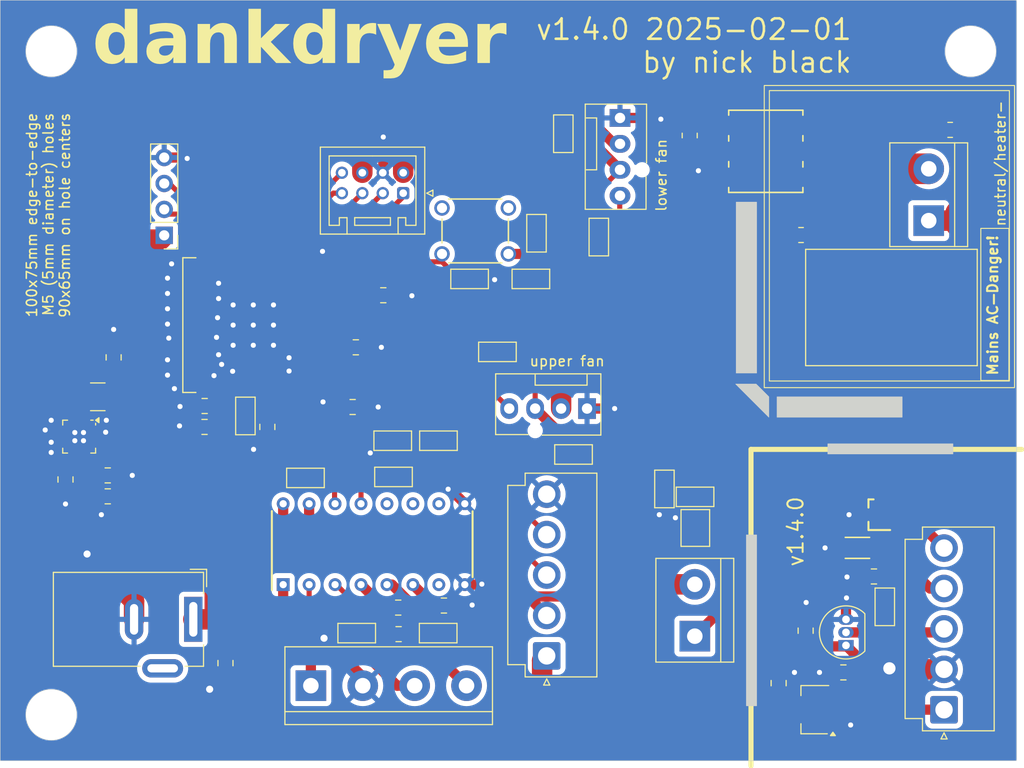
<source format=kicad_pcb>
(kicad_pcb (version 20240108) (generator "pcbnew") (generator_version "8.0")
  (title_block (title "dankdryer") (date "2025-02-01") (rev "v1.4.0") (company "dirty south supercomputing") (comment 1 "nick black"))
  (layers (0 "F.Cu" signal) (31 "B.Cu" signal) (34 "B.Paste" user) (35 "F.Paste" user) (36 "B.SilkS" user "B.Silkscreen") (37 "F.SilkS" user "F.Silkscreen") (38 "B.Mask" user) (39 "F.Mask" user) (44 "Edge.Cuts" user))
  (net 0 "")
  (net 1 "GND")
  (net 2 "+12V")
  (net 3 "+5VA")
  (net 4 "Net-(IC1-VBG)")
  (net 5 "Net-(IC1-VIN1N)")
  (net 6 "Net-(IC1-VIN1P)")
  (net 8 "LTach")
  (net 9 "UTach")
  (net 10 "/HeaterNeutral")
  (net 11 "/ACNeutral")
  (net 12 "/Motor-")
  (net 13 "+3.3V")
  (net 14 "/A+")
  (net 15 "/A-")
  (net 16 "Net-(OC1-MT2)")
  (net 19 "Net-(OC1-A)")
  (net 20 "Net-(OC1-MT1)")
  (net 21 "Net-(Q2-G)")
  (net 26 "Net-(U1-SS{slash}TR)")
  (net 27 "Net-(IC1-VIN2P)")
  (net 28 "Net-(IC1-VIN2N)")
  (net 32 "/RXD0")
  (net 34 "UPWM")
  (net 35 "Net-(J7-Pin_3)")
  (net 36 "/SDA")
  (net 37 "/SCL")
  (net 38 "/TXD0")
  (net 40 "LPWM")
  (net 42 "/SSRControl")
  (net 43 "/Motor")
  (net 44 "Net-(J10-Pin_3)")
  (net 45 "Net-(U6-EN)")
  (net 46 "Net-(R14-Pad2)")
  (net 47 "IO8")
  (net 48 "Net-(L1-Pad1)")
  (net 49 "/Hall")
  (net 50 "/Therm")
  (net 53 "IO9")
  (net 56 "LCDDC")
  (net 57 "LCDSDA")
  (net 58 "LCDRst")
  (net 59 "LCDCS")
  (net 60 "LCDSCL")
  (net 61 "Net-(C18-Pad2)")
  (net 62 "/Microboard/ThermAnalog")
  (footprint "dank:TPS62132" (layer "F.Cu") (at 57.725 92.75 -90)
    (property "Reference" "U1" (hide yes))
    (property "Value" "TPS62132" (hide yes))
  )
  (footprint "Resistor_SMD:R_0805_2012Metric_Pad1.20x1.40mm_HandSolder" (layer "F.Cu") (at 128.4 73)
    (property "Reference" "R4" (hide yes))
    (property "Value" "360" (hide yes))
  )
  (footprint "Capacitor_SMD:C_0805_2012Metric_Pad1.18x1.45mm_HandSolder" (layer "F.Cu") (at 128.85 111.7625 90)
    (property "Reference" "C19" (hide yes))
    (property "Value" ".01u" (hide yes))
  )
  (footprint "Resistor_SMD:R_0805_2012Metric_Pad1.20x1.40mm_HandSolder" (layer "F.Cu") (at 117.5 63.25 -90)
    (property "Reference" "R2" (hide yes))
    (property "Value" "620" (hide yes))
  )
  (footprint "PCM_Resistor_SMD_AKL:R_0805_2012Metric_Pad1.15x1.40mm_HandSolder" (layer "F.Cu") (at 88.5 96.7 180)
    (property "Reference" "R6" (hide yes))
    (property "Value" "4.7k" (hide yes))
  )
  (footprint "Capacitor_SMD:C_0805_2012Metric_Pad1.18x1.45mm_HandSolder" (layer "F.Cu") (at 87.5 78.9)
    (property "Reference" "C15" (hide yes))
    (property "Value" "1n" (hide yes))
  )
  (footprint "PCM_Resistor_SMD_AKL:R_0805_2012Metric_Pad1.15x1.40mm_HandSolder" (layer "F.Cu") (at 74 90.725 90)
    (property "Reference" "R13" (hide yes))
    (property "Value" "10k" (hide yes))
  )
  (footprint "PCM_Resistor_SMD_AKL:R_0805_2012Metric_Pad1.15x1.40mm_HandSolder" (layer "F.Cu") (at 88.425 93.15 180)
    (property "Reference" "R18" (hide yes))
    (property "Value" "680" (hide yes))
  )
  (footprint "PCM_Resistor_SMD_AKL:R_0805_2012Metric_Pad1.15x1.40mm_HandSolder" (layer "F.Cu") (at 105.125 63.075 -90)
    (property "Reference" "R5" (hide yes))
    (property "Value" "680" (hide yes))
  )
  (footprint "PCM_Resistor_SMD_AKL:R_0805_2012Metric_Pad1.15x1.40mm_HandSolder" (layer "F.Cu") (at 106.125 94.5 180)
    (property "Reference" "R1" (hide yes))
    (property "Value" "680" (hide yes))
  )
  (footprint "Capacitor_SMD:C_0805_2012Metric_Pad1.18x1.45mm_HandSolder" (layer "F.Cu") (at 60.525 96.55)
    (property "Reference" "C7" (hide yes))
    (property "Value" ".1u")
  )
  (footprint "dank:DBZ0003A_L" (layer "F.Cu") (at 135.7 100.4 180)
    (property "Reference" "U2" (hide yes))
    (property "Value" "DRV5011ADDBZR" (hide yes))
  )
  (footprint "Capacitor_SMD:C_0805_2012Metric_Pad1.18x1.45mm_HandSolder" (layer "F.Cu") (at 70 91.8 180)
    (property "Reference" "C6" (hide yes))
    (property "Value" "22u" (hide yes))
  )
  (footprint "Capacitor_SMD:C_0805_2012Metric_Pad1.18x1.45mm_HandSolder" (layer "F.Cu") (at 135.5375 106.45)
    (property "Reference" "C18" (hide yes))
    (property "Value" "1u" (hide yes))
  )
  (footprint "Capacitor_SMD:C_0805_2012Metric_Pad1.18x1.45mm_HandSolder" (layer "F.Cu") (at 70.0125 89.75 180)
    (property "Reference" "C3" (hide yes))
    (property "Value" "0.1u" (hide yes))
  )
  (footprint "Capacitor_SMD:C_0805_2012Metric_Pad1.18x1.45mm_HandSolder" (layer "F.Cu") (at 76.15 91.8 90)
    (property "Reference" "C10" (hide yes))
    (property "Value" "1u" (hide yes))
  )
  (footprint "dank:DIP792W51P254L1905H53Q16N" (layer "F.Cu") (at 86.59 103.288 90)
    (property "Reference" "IC1" (hide yes))
    (property "Value" "NAU7802KGI" (hide yes))
  )
  (footprint "Connector:FanPinHeader_1x04_P2.54mm_Vertical" (layer "F.Cu") (at 110.675 61.53 -90)
    (property "Reference" "J10" (hide yes))
    (property "Value" "lower fan")
  )
  (footprint "dank:BarrelJack_Wuerth_6941xx301002" (layer "F.Cu") (at 68.9 110.65 -90)
    (property "Reference" "J1" (hide yes))
    (property "Value" "Barreljack" (hide yes))
  )
  (footprint "Connector_JST:JST_VH_B5P-VH-B_1x05_P3.96mm_Vertical" (layer "F.Cu") (at 103.5 114.23 90)
    (property "Reference" "J2" (hide yes))
    (property "Value" "Microboard")
  )
  (footprint "dank:TerminalBlock_bornier-2_P5.08mm" (layer "F.Cu") (at 140.9 71.59 90)
    (property "Reference" "J4" (hide yes))
    (property "Value" "heater" (hide yes))
  )
  (footprint "dank:SW_B3F-1000_OMR" (layer "F.Cu") (at 99.750001 74.850001 180)
    (property "Reference" "SW1" (hide yes))
    (property "Value" "B3F-1020" (hide yes))
  )
  (footprint "Capacitor_SMD:C_0805_2012Metric_Pad1.18x1.45mm_HandSolder" (layer "F.Cu") (at 126.20625 116.9 90)
    (property "Reference" "C2" (hide yes))
    (property "Value" "10u" (hide yes))
  )
  (footprint "dank:TerminalBlock_bornier-2_P5.08mm" (layer "F.Cu") (at 118 112.3 90)
    (property "Reference" "J8" (hide yes))
    (property "Value" "motor" (hide yes))
  )
  (footprint "Connector:FanPinHeader_1x04_P2.54mm_Vertical" (layer "F.Cu") (at 107.45 90 180)
    (property "Reference" "J7" (hide yes))
    (property "Value" "upper fan")
  )
  (footprint "PCM_Resistor_SMD_AKL:R_0805_2012Metric_Pad1.15x1.40mm_HandSolder" (layer "F.Cu") (at 95.95 77.3)
    (property "Reference" "R17" (hide yes))
    (property "Value" "10K" (hide yes))
  )
  (footprint "Capacitor_SMD:C_0805_2012Metric_Pad1.18x1.45mm_HandSolder" (layer "F.Cu") (at 84.8125 84)
    (property "Reference" "C16" (hide yes))
    (property "Value" "1n" (hide yes))
  )
  (footprint "PCM_Resistor_SMD_AKL:R_0805_2012Metric_Pad1.15x1.40mm_HandSolder" (layer "F.Cu") (at 98.675 84.45 180)
    (property "Reference" "R9" (hide yes))
    (property "Value" "15k" (hide yes))
  )
  (footprint "Capacitor_SMD:C_0805_2012Metric_Pad1.18x1.45mm_HandSolder" (layer "F.Cu") (at 89 112.1)
    (property "Reference" "C9" (hide yes))
    (property "Value" "0.1u" (hide yes))
  )
  (footprint "dank:XCVR_ESP32-C6-MINI-1U-H4" (layer "F.Cu") (at 74.775 81.825 90)
    (property "Reference" "U6" (hide yes))
    (property "Value" "ESP32-C6-MINI-1U" (hide yes))
  )
  (footprint "Capacitor_SMD:C_0805_2012Metric_Pad1.18x1.45mm_HandSolder" (layer "F.Cu") (at 60.525 98.6)
    (property "Reference" "C1" (hide yes))
    (property "Value" "10u" (hide yes))
  )
  (footprint "PCM_Resistor_SMD_AKL:R_0805_2012Metric_Pad1.15x1.40mm_HandSolder" (layer "F.Cu") (at 92.9 93.15 180)
    (property "Reference" "R16" (hide yes))
    (property "Value" "412" (hide yes))
  )
  (footprint "PCM_Resistor_SMD_AKL:R_0805_2012Metric_Pad1.15x1.40mm_HandSolder" (layer "F.Cu") (at 115.025 97.875 -90)
    (property "Reference" "R7" (hide yes))
    (property "Value" "1.62k" (hide yes))
  )
  (footprint "Capacitor_SMD:C_0805_2012Metric_Pad1.18x1.45mm_HandSolder" (layer "F.Cu") (at 132.54375 115.85 180)
    (property "Reference" "C5" (hide yes))
    (property "Value" "10u" (hide yes))
  )
  (footprint "PCM_Resistor_SMD_AKL:R_0805_2012Metric_Pad1.15x1.40mm_HandSolder" (layer "F.Cu") (at 108.6 73.2 -90)
    (property "Reference" "R19" (hide yes))
    (property "Value" "15k" (hide yes))
  )
  (footprint "dank:TerminalBlock_bornier-4_P5.08mm" (layer "F.Cu") (at 80.41 117.15)
    (property "Reference" "J5" (hide yes))
    (property "Value" "5kg load cell" (hide yes))
  )
  (footprint "PCM_Resistor_SMD_AKL:R_0805_2012Metric_Pad1.15x1.40mm_HandSolder" (layer "F.Cu") (at 84.9 112)
    (property "Reference" "R10" (hide yes))
    (property "Value" "47" (hide yes))
  )
  (footprint "Capacitor_SMD:C_0805_2012Metric_Pad1.18x1.45mm_HandSolder" (layer "F.Cu") (at 84.5 89.85 180)
    (property "Reference" "C14" (hide yes))
    (property "Value" "0.1u" (hide yes))
  )
  (footprint "Package_TO_SOT_THT:TO-92_Inline" (layer "F.Cu") (at 132.8 113.2 90)
    (property "Reference" "U5" (hide yes))
    (property "Value" "LM35-LP" (hide yes))
  )
  (footprint "Resistor_SMD:R_0805_2012Metric_Pad1.20x1.40mm_HandSolder" (layer "F.Cu") (at 143 62.7)
    (property "Reference" "R3" (hide yes))
    (property "Value" "100" (hide yes))
  )
  (footprint "Capacitor_SMD:C_0805_2012Metric_Pad1.18x1.45mm_HandSolder" (layer "F.Cu") (at 72.05 114.9375 -90)
    (property "Reference" "C4" (hide yes))
    (property "Value" "10u" (hide yes))
  )
  (footprint "Capacitor_SMD:C_1210_3225Metric_Pad1.33x2.70mm_HandSolder" (layer "F.Cu") (at 59.55 88.85)
    (property "Reference" "L1" (hide yes))
    (property "Value" "2.2u" (hide yes))
  )
  (footprint "PCM_Resistor_SMD_AKL:R_0805_2012Metric_Pad1.15x1.40mm_HandSolder" (layer "F.Cu") (at 102.5 72.825 -90)
    (property "Reference" "R14" (hide yes))
    (property "Value" "3.3k" (hide yes))
  )
  (footprint "dank:MOC306XS_LTO" (layer "F.Cu") (at 124.95 64.8)
    (property "Reference" "OC1" (hide yes))
    (property "Value" "MOC3063S" (hide yes))
  )
  (footprint "Capacitor_SMD:C_0805_2012Metric_Pad1.18x1.45mm_HandSolder" (layer "F.Cu") (at 56.3875 96.95 -90)
    (property "Reference" "C12" (hide yes))
    (property "Value" "3.3n" (hide yes))
  )
  (footprint "Capacitor_SMD:C_0805_2012Metric_Pad1.18x1.45mm_HandSolder" (layer "F.Cu") (at 61.1 84.9875 90)
    (property "Reference" "C13" (hide yes))
    (property "Value" "22u" (hide yes))
  )
  (footprint "Capacitor_SMD:C_0805_2012Metric_Pad1.18x1.45mm_HandSolder" (layer "F.Cu") (at 88.9625 109.5)
    (property "Reference" "C11" (hide yes))
    (property "Value" "470p" (hide yes))
  )
  (footprint "PCM_Resistor_SMD_AKL:R_0805_2012Metric_Pad1.15x1.40mm_HandSolder" (layer "F.Cu") (at 136.6 109.425 90)
    (property "Reference" "R21" (hide yes))
    (property "Value" "68" (hide yes))
  )
  (footprint "Connector_PinHeader_2.54mm:PinHeader_1x04_P2.54mm_Vertical" (layer "F.Cu") (at 66.05 73.03 180)
    (property "Reference" "J9" (hide yes))
    (property "Value" "Conn_01x04" (hide yes))
  )
  (footprint "Capacitor_SMD:C_0805_2012Metric_Pad1.18x1.45mm_HandSolder" (layer "F.Cu") (at 93.4375 109.3)
    (property "Reference" "C8" (hide yes))
    (property "Value" "0.1u" (hide yes))
  )
  (footprint "Connector_JST:JST_PUD_B08B-PUDSS_2x04_P2.00mm_Vertical" (layer "F.Cu") (at 89.45 68.9 180)
    (property "Reference" "J6" (hide yes))
    (property "Value" "LCD" (hide yes))
  )
  (footprint "Connector_JST:JST_VH_B5P-VH-B_1x05_P3.96mm_Vertical" (layer "F.Cu") (at 142.4 119.51 90)
    (property "Reference" "J3" (hide yes))
    (property "Value" "Microboard" (hide yes))
  )
  (footprint "PCM_Resistor_SMD_AKL:R_0805_2012Metric_Pad1.15x1.40mm_HandSolder" (layer "F.Cu") (at 92.875 112 180)
    (property "Reference" "R11" (hide yes))
    (property "Value" "47" (hide yes))
  )
  (footprint "PCM_Package_TO_SOT_SMD_AKL:TO-263-2" (layer "F.Cu") (at 137.25 80.1)
    (property "Reference" "Q3" (hide yes))
    (property "Value" "T1210-800G" (hide yes))
  )
  (footprint "dank:CAP_3216_TDK" (layer "F.Cu") (at 133.922 103.65)
    (property "Reference" "C20" (hide yes))
    (property "Value" ".01u" (hide yes))
  )
  (footprint "PCM_Package_TO_SOT_SMD_AKL:SOT-323_SC-70" (layer "F.Cu") (at 118.05 101.7 -90)
    (property "Reference" "Q2" (hide yes))
    (property "Value" "SSM3K127TU" (hide yes))
  )
  (footprint "PCM_Resistor_SMD_AKL:R_0805_2012Metric_Pad1.15x1.40mm_HandSolder" (layer "F.Cu") (at 118.025 98.65)
    (property "Reference" "R12" (hide yes))
    (property "Value" "330" (hide yes))
  )
  (footprint "PCM_Resistor_SMD_AKL:R_0805_2012Metric_Pad1.15x1.40mm_HandSolder" (layer "F.Cu") (at 101.95 77.3 180)
    (property "Reference" "R15" (hide yes))
    (property "Value" "10k" (hide yes))
  )
  (footprint "PCM_Resistor_SMD_AKL:R_0805_2012Metric_Pad1.15x1.40mm_HandSolder" (layer "F.Cu") (at 79.88 96.796)
    (property "Reference" "R8" (hide yes))
    (property "Value" "4.7k" (hide yes))
  )
  (footprint "Package_TO_SOT_SMD:SOT-89-3" (layer "F.Cu") (at 129.75 119.5 180)
    (property "Reference" "U3" (hide yes))
    (property "Value" "HT7550" (hide yes))
  )
  (gr_line (start 123.5 125) (end 123.5 94) (stroke (width 0.5)) (layer "F.SilkS"))
  (gr_rect (start 146 72.35) (end 148.75 87.25) (stroke (width 0.1)) (fill none) (layer "F.SilkS"))
  (gr_line (start 123.5 94) (end 150 94) (stroke (width 0.5)) (layer "F.SilkS"))
  (gr_rect (start 125.3 58.85) (end 148.8 87.3) (stroke (width 0.1)) (fill none) (layer "F.SilkS"))
  (gr_rect (start 124.8 58.35) (end 149.3 87.95) (stroke (width 0.1)) (fill none) (layer "F.SilkS"))
  (gr_circle (center 55 55) (end 57.5 55) (stroke (width 0.05)) (fill none) (layer "Edge.Cuts"))
  (gr_circle (center 145 55) (end 147.5 55) (stroke (width 0.05)) (fill none) (layer "Edge.Cuts"))
  (gr_rect (start 50 50) (end 149.5 124.5) (stroke (width 0.05)) (fill none) (layer "Edge.Cuts"))
  (gr_circle (center 55 120) (end 57.5 120) (stroke (width 0.05)) (fill none) (layer "Edge.Cuts"))
  (gr_rect (start 131.025 93.45) (end 143.275 94.45) (stroke (width 0.05)) (fill solid) (layer "Edge.Cuts"))
  (gr_poly (pts (xy 125.25 90.85) (xy 122 87.6) (xy 124 87.6) (xy 125.25 88.85)) (stroke (width 0.05)) (fill solid) (layer "Edge.Cuts"))
  (gr_rect (start 122.05 69.775) (end 124.05 86.525) (stroke (width 0.05)) (fill solid) (layer "Edge.Cuts"))
  (gr_rect (start 123.05 102.375) (end 124.05 119.125) (stroke (width 0.05)) (fill solid) (layer "Edge.Cuts"))
  (gr_rect (start 126.05 88.85) (end 138.3 90.85) (stroke (width 0.05)) (fill solid) (layer "Edge.Cuts"))
  (gr_text "neutral/heater-" (at 148.5 59.75 90) (layer "F.SilkS") (effects (font (size 1 1)) (justify right bottom)))
  (gr_text "v1.4.0" (at 128.75 105.6 90) (layer "F.SilkS") (effects (font (size 1.5 1.5) (thickness 0.1875)) (justify left bottom)))
  (gr_text "dankdryer" (at 59 57 0) (layer "F.SilkS") (effects (font (size 5 5) (thickness 0.2) (bold yes)) (justify left bottom)))
  (gr_text "100x75mm edge-to-edge\nM5 (5mm diameter) holes\n90x65mm on hole centers\n" (at 56.9 60.95 90) (layer "F.SilkS") (effects (font (size 1 1)) (justify right bottom)))
  (gr_text "v1.4.0 2025-02-01\nby nick black" (at 133.5 57.25 0) (layer "F.SilkS") (effects (font (size 2 2) (thickness 0.25)) (justify right bottom)))
  (gr_text "Mains AC—Danger!" (at 147.75 86.85 90) (layer "F.SilkS") (effects (font (size 1 1) (thickness 0.2) (bold yes)) (justify left bottom)))
  (segment (start 114.525 100.4) (end 114.525 99.4) (width 1) (layer "F.Cu") (net 1))
  (segment (start 94.475 109.3) (end 96.15 109.3) (width 1) (layer "F.Cu") (net 1))
  (segment (start 67.65 91.8) (end 67.55 91.7) (width 1) (layer "F.Cu") (net 1))
  (segment (start 96.15 109.3) (end 96.2 109.25) (width 1) (layer "F.Cu") (net 1))
  (segment (start 137.05 115.45) (end 137.15 115.55) (width 1) (layer "F.Cu") (net 1))
  (segment (start 71.175 83.025) (end 70.775 82.625) (width 0.5) (layer "F.Cu") (net 1))
  (segment (start 61.5625 96.55) (end 62.925 96.55) (width 1) (layer "F.Cu") (net 1))
  (segment (start 66.375 86.725) (end 69.775 86.725) (width 0.5) (layer "F.Cu") (net 1))
  (segment (start 133.25625 121) (end 131.7 121) (width 1) (layer "F.Cu") (net 1))
  (segment (start 132.95 106.45) (end 132.9 106.5) (width 1) (layer "F.Cu") (net 1))
  (segment (start 67.65 89.75) (end 67.6 89.8) (width 1) (layer "F.Cu") (net 1))
  (segment (start 66.375 77.225) (end 66.575 77.025) (width 0.5) (layer "F.Cu") (net 1))
  (segment (start 97.1 107.25) (end 97.15 107.2) (width 1) (layer "F.Cu") (net 1))
  (segment (start 66.575 77.025) (end 69.875 77.025) (width 0.5) (layer "F.Cu") (net 1))
  (segment (start 69.875 84.225) (end 70.875 84.225) (width 0.5) (layer "F.Cu") (net 1))
  (segment (start 128.85 109.05) (end 128.9 109) (width 1) (layer "F.Cu") (net 1))
  (segment (start 55.2875 93) (end 54.9875 93.3) (width 0.3) (layer "F.Cu") (net 1))
  (segment (start 137.15 115.55) (end 142.4 115.55) (width 2) (layer "F.Cu") (net 1))
  (segment (start 63.1 110.65) (end 63.1 108.85) (width 2) (layer "F.Cu") (net 1))
  (segment (start 127.74375 115.8625) (end 127.75625 115.85) (width 1) (layer "F.Cu") (net 1))
  (segment (start 79.725 75.875) (end 80.275 75.875) (width 1) (layer "F.Cu") (net 1))
  (segment (start 133.099998 100.4) (end 134.6 100.4) (width 1) (layer "F.Cu") (net 1))
  (segment (start 71.675 85.675) (end 71.525 85.825) (width 0.5) (layer "F.Cu") (net 1))
  (segment (start 71.575 87.025) (end 72.25 86.35) (width 0.5) (layer "F.Cu") (net 1))
  (segment (start 66.75 83.35) (end 69.8 83.35) (width 0.5) (layer "F.Cu") (net 1))
  (segment (start 71.2 81.025) (end 69.875 81.025) (width 0.5) (layer "F.Cu") (net 1))
  (segment (start 87.4 93.175) (end 87.4 93.15) (width 1) (layer "F.Cu") (net 1))
  (segment (start 56.3875 99.35) (end 56.3875 97.9875) (width 1) (layer "F.Cu") (net 1))
  (segment (start 107.45 90) (end 110.15 90) (width 1) (layer "F.Cu") (net 1))
  (segment (start 131.28125 115.85) (end 130.20625 115.85) (width 1) (layer "F.Cu") (net 1))
  (segment (start 114.525 99.4) (end 115.025 98.9) (width 1) (layer "F.Cu") (net 1))
  (segment (start 67.05 88.05) (end 67.375 87.725) (width 1) (layer "F.Cu") (net 1))
  (segment (start 54.8 92.5) (end 56.2625 92.5) (width 0.3) (layer "F.Cu") (net 1))
  (segment (start 61.1 83.95) (end 61.1 82.25) (width 1) (layer "F.Cu") (net 1))
  (segment (start 96.975 77.3) (end 98.325 77.3) (width 1) (layer "F.Cu") (net 1))
  (segment (start 71.525 85.825) (end 69.875 85.825) (width 0.5) (layer "F.Cu") (net 1))
  (segment (start 80.025 87.775) (end 79.725 87.775) (width 1) (layer "F.Cu") (net 1))
  (segment (start 56.2625 92) (end 55.8375 92) (width 0.3) (layer "F.Cu") (net 1))
  (segment (start 128.85 110.725) (end 128.85 109.05) (width 1) (layer "F.Cu") (net 1))
  (segment (start 114.555 61.53) (end 114.675 61.65) (width 1) (layer "F.Cu") (net 1))
  (segment (start 70.875 84.225) (end 71.375 84.725) (width 0.5) (layer "F.Cu") (net 1))
  (segment (start 87.5 66.85) (end 87.5 63.4) (width 1) (layer "F.Cu") (net 1))
  (segment (start 116.1 100.7) (end 117.4 100.7) (width 1) (layer "F.Cu") (net 1))
  (segment (start 66.925 75.675) (end 69.825 75.675) (width 1) (layer "F.Cu") (net 1))
  (segment (start 87 89.85) (end 85.5375 89.85) (width 1) (layer "F.Cu") (net 1))
  (segment (start 69.775 81.725) (end 69.875 81.825) (width 0.5) (layer "F.Cu") (net 1))
  (segment (start 130.75 103.65) (end 131.9742 103.65) (width 1) (layer "F.Cu") (net 1))
  (segment (start 120.25 64.8) (end 118.35 66.7) (width 1) (layer "F.Cu") (net 1))
  (segment (start 80.275 75.875) (end 81.55 74.6) (width 1) (layer "F.Cu") (net 1))
  (segment (start 71.375 79.225) (end 71.175 79.425) (width 0.5) (layer "F.Cu") (net 1))
  (segment (start 69.775 86.725) (end 69.875 86.625) (width 0.5) (layer "F.Cu") (net 1))
  (segment (start 132.8 108.6) (end 132.85 108.55) (width 1) (layer "F.Cu") (net 1))
  (segment (start 98.325 77.3) (end 98.4 77.375) (width 1) (layer "F.Cu") (net 1))
  (segment (start 68.21 65.41) (end 68.3 65.5) (width 1) (layer "F.Cu") (net 1))
  (segment (start 93.85 97.9) (end 94.054 97.9) (width 1) (layer "F.Cu") (net 1))
  (segment (start 69.975 77.725) (end 69.875 77.825) (width 0.5) (layer "F.Cu") (net 1))
  (segment (start 69.825 75.675) (end 69.825 75.875) (width 0.5) (layer "F.Cu") (net 1))
  (segment (start 71.175 79.425) (end 69.875 79.425) (width 0.5) (layer "F.Cu") (net 1))
  (segment (start 78.775 86.825) (end 78.775 87.725) (width 0.5) (layer "F.Cu") (net 1))
  (segment (start 66.375 85.225) (end 69.675 85.225) (width 0.5) (layer "F.Cu") (net 1))
  (segment (start 85.49 116.29) (end 85.49 117.15) (width 1) (layer "F.Cu") (net 1))
  (segment (start 66.375 78.725) (end 69.775 78.725) (width 0.5) (layer "F.Cu") (net 1))
  (segment (start 67.375 87.725) (end 69.775 87.725) (width 1) (layer "F.Cu") (net 1))
  (segment (start 86.225 94.35) (end 87.4 93.175) (width 1) (layer "F.Cu") (net 1))
  (segment (start 68.9625 91.8) (end 67.65 91.8) (width 1) (layer "F.Cu") (net 1))
  (segment (start 66.775 75.825) (end 66.925 75.675) (width 1) (layer "F.Cu") (net 1))
  (segment (start 142.3 115.45) (end 142.4 115.55) (width 1) (layer "F.Cu") (net 1))
  (segment (start 66.05 65.41) (end 68.21 65.41) (width 1) (layer "F.Cu") (net 1))
  (segment (start 132.8 110.66) (end 132.8 108.6) (width 1) (layer "F.Cu") (net 1))
  (segment (start 66.375 81.725) (end 69.775 81.725) (width 0.5) (layer "F.Cu") (net 1))
  (segment (start 59.200001 92.499937) (end 60.137563 92.499937) (width 0.3) (layer "F.Cu") (net 1))
  (segment (start 81.6 89.35) (end 80.025 87.775) (width 1) (layer "F.Cu") (net 1))
  (segment (start 70.925 87.575) (end 70.775 87.725) (width 0.5) (layer "F.Cu") (net 1))
  (segment (start 126.20625 115.8625) (end 127.74375 115.8625) (width 1) (layer "F.Cu") (net 1))
  (segment (start 72.25 86.35) (end 72.75 86.35) (width 0.5) (layer "F.Cu") (net 1))
  (segment (start 56.2625 93.5) (end 55.7875 93.5) (width 0.3) (layer "F.Cu") (net 1))
  (segment (start 81.7 112.5) (end 85.49 116.29) (width 1) (layer "F.Cu") (net 1))
  (segment (start 60.0375 91.15) (end 60.3875 91.15) (width 0.3) (layer "F.Cu") (net 1))
  (segment (start 59.1875 92) (end 60.0375 91.15) (width 0.3) (layer "F.Cu") (net 1))
  (segment (start 60.31875 92.31875) (end 60.1375 92.5) (width 0.3) (layer "F.Cu") (net 1))
  (segment (start 60.137563 92.499937) (end 60.31875 92.31875) (width 0.3) (layer "F.Cu") (net 1))
  (segment (start 87.45 66.9) (end 87.5 66.85) (width 1) (layer "F.Cu") (net 1))
  (segment (start 54.4 92.1) (end 54.8 92.5) (width 0.3) (layer "F.Cu") (net 1))
  (segment (start 55.8375 92) (end 54.9875 91.15) (width 0.3) (layer "F.Cu") (net 1))
  (segment (start 66.375 80.225) (end 69.875 80.225) (width 0.5) (layer "F.Cu") (net 1))
  (segment (start 69.775 78.725) (end 69.875 78.625) (width 0.5) (layer "F.Cu") (net 1))
  (segment (start 71.575 87.725) (end 71.575 87.025) (width 0.5) (layer "F.Cu") (net 1))
  (segment (start 74.8 94) (end 75.9625 92.8375) (width 1) (layer "F.Cu") (net 1))
  (segment (start 71.375 77.725) (end 69.975 77.725) (width 0.5) (layer "F.Cu") (net 1))
  (segment (start 70.925 86.775) (end 70.925 87.575) (width 0.5) (layer "F.Cu") (net 1))
  (segment (start 69.8 83.35) (end 69.875 83.425) (width 0.5) (layer "F.Cu") (net 1))
  (segment (start 56.2625 93) (end 55.2875 93) (width 0.3) (layer "F.Cu") (net 1))
  (segment (start 134.5 106.45) (end 132.95 106.45) (width 1) (layer "F.Cu") (net 1))
  (segment (start 70.775 82.625) (end 69.875 82.625) (width 0.5) (layer "F.Cu") (net 1))
  (segment (start 94.054 97.9) (end 95.48 99.326) (width 1) (layer "F.Cu") (net 1))
  (segment (start 87.3125 84) (end 85.85 84) (width 1) (layer "F.Cu") (net 1))
  (segment (start 88.5375 78.9) (end 90.25 78.9) (width 1) (layer "F.Cu") (net 1))
  (segment (start 70.5 117.5) (end 72.025 115.975) (width 1) (layer "F.Cu") (net 1))
  (segment (start 68.975 89.75) (end 67.65 89.75) (width 1) (layer "F.Cu") (net 1))
  (segment (start 95.48 107.25) (end 97.1 107.25) (width 1) (layer "F.Cu") (net 1))
  (segment (start 90.25 78.9) (end 90.3 78.95) (width 1) (layer "F.Cu") (net 1))
  (segment (start 78.275 85.025) (end 79.675 85.025) (width 0.5) (layer "F.Cu") (net 1))
  (segment (start 63.1 108.85) (end 58.5 104.25) (width 2) (layer "F.Cu") (net 1))
  (segment (start 71.275 81.1) (end 71.2 81.025) (width 0.5) (layer "F.Cu") (net 1))
  (segment (start 78.275 86.325) (end 78.775 86.825) (width 0.5) (layer "F.Cu") (net 1))
  (segment (start 55.7875 93.5) (end 54.9875 94.3) (width 0.3) (layer "F.Cu") (net 1))
  (segment (start 66.5 83.1) (end 66.75 83.35) (width 0.5) (layer "F.Cu") (net 1))
  (segment (start 110.675 61.53) (end 114.555 61.53) (width 1) (layer "F.Cu") (net 1))
  (segment (start 69.675 85.225) (end 69.875 85.025) (width 0.5) (layer "F.Cu") (net 1))
  (segment (start 61.5625 98.7375) (end 59.9 100.4) (width 1) (layer "F.Cu") (net 1))
  (via (at 70.925 86.775) (size 0.8) (drill 0.5) (layers "F.Cu" "B.Cu") (net 1))
  (via (at 66.375 86.725) (size 0.8) (drill 0.5) (layers "F.Cu" "B.Cu") (net 1))
  (via (at 66.375 85.225) (size 0.8) (drill 0.5) (layers "F.Cu" "B.Cu") (net 1))
  (via (at 71.275 81.1) (size 0.8) (drill 0.5) (layers "F.Cu" "B.Cu") (net 1))
  (via (at 116.1 100.7) (size 0.8) (drill 0.5) (layers "F.Cu" "B.Cu") (net 1))
  (via (at 87 89.85) (size 0.8) (drill 0.5) (layers "F.Cu" "B.Cu") (net 1))
  (via (at 71.175 83.025) (size 0.8) (drill 0.5) (layers "F.Cu" "B.Cu") (net 1))
  (via (at 87.5 63.4) (size 0.8) (drill 0.5) (layers "F.Cu" "B.Cu") (net 1))
  (via (at 90.3 78.95) (size 0.8) (drill 0.5) (layers "F.Cu" "B.Cu") (net 1))
  (via (at 54.9875 93.3) (size 0.8) (drill 0.5) (layers "F.Cu" "B.Cu") (net 1))
  (via (at 67.55 91.7) (size 0.8) (drill 0.5) (layers "F.Cu" "B.Cu") (net 1))
  (via (at 57.3 92.35) (size 0.8) (drill 0.5) (layers "F.Cu" "B.Cu") (net 1))
  (via (at 137.05 115.45) (size 1.5) (drill 1.2) (layers "F.Cu" "B.Cu") (net 1))
  (via (at 96.2 109.25) (size 0.8) (drill 0.5) (layers "F.Cu" "B.Cu") (net 1))
  (via (at 97.15 107.2) (size 0.8) (drill 0.5) (layers "F.Cu" "B.Cu") (net 1))
  (via (at 54.9875 91.15) (size 0.8) (drill 0.5) (layers "F.Cu" "B.Cu") (net 1))
  (via (at 72.8 79.85) (size 0.8) (drill 0.5) (layers "F.Cu" "B.Cu") (net 1))
  (via (at 74.775 79.85) (size 0.8) (drill 0.5) (layers "F.Cu" "B.Cu") (net 1))
  (via (at 54.9875 94.3) (size 0.8) (drill 0.5) (layers "F.Cu" "B.Cu") (net 1))
  (via (at 71.375 84.725) (size 0.8) (drill 0.5) (layers "F.Cu" "B.Cu") (net 1))
  (via (at 67.6 89.8) (size 0.8) (drill 0.5) (layers "F.Cu" "B.Cu") (net 1))
  (via (at 76.75 79.85) (size 0.8) (drill 0.5) (layers "F.Cu" "B.Cu") (net 1))
  (via (at 62.925 96.55) (size 0.8) (drill 0.5) (layers "F.Cu" "B.Cu") (net 1))
  (via (at 114.525 100.4) (size 0.8) (drill 0.5) (layers "F.Cu" "B.Cu") (net 1))
  (via (at 74.775 81.825) (size 0.8) (drill 0.5) (layers "F.Cu" "B.Cu") (net 1))
  (via (at 56.3875 99.35) (size 0.8) (drill 0.5) (layers "F.Cu" "B.Cu") (net 1))
  (via (at 86.225 94.35) (size 0.8) (drill 0.5) (layers "F.Cu" "B.Cu") (net 1))
  (via (at 66.375 80.225) (size 0.8) (drill 0.5) (layers "F.Cu" "B.Cu") (net 1))
  (via (at 68.3 65.5) (size 0.8) (drill 0.5) (layers "F.Cu" "B.Cu") (net 1))
  (via (at 127.75625 115.85) (size 0.8) (drill 0.5) (layers "F.Cu" "B.Cu") (net 1))
  (via (at 74.775 83.8) (size 0.8) (drill 0.5) (layers "F.Cu" "B.Cu") (net 1))
  (via (at 81.55 74.6) (size 0.8) (drill 0.5) (layers "F.Cu" "B.Cu") (net 1))
  (via (at 132.85 108.55) (size 0.8) (drill 0.5) (layers "F.Cu" "B.Cu") (net 1))
  (via (at 57.3 93.15) (size 0.8) (drill 0.5) (layers "F.Cu" "B.Cu") (net 1))
  (via (at 71.375 77.725) (size 0.8) (drill 0.5) (layers "F.Cu" "B.Cu") (net 1))
  (via (at 66.775 75.825) (size 0.8) (drill 0.5) (layers "F.Cu" "B.Cu") (net 1))
  (via (at 114.675 61.65) (size 0.8) (drill 0.5) (layers "F.Cu" "B.Cu") (net 1))
  (via (at 78.275 86.325) (size 0.8) (drill 0.5) (layers "F.Cu" "B.Cu") (net 1))
  (via (at 133.099998 100.4) (size 0.8) (drill 0.5) (layers "F.Cu" "B.Cu") (net 1))
  (via (at 110.15 90) (size 0.8) (drill 0.5) (layers "F.Cu" "B.Cu") (net 1))
  (via (at 66.5 83.1) (size 0.8) (drill 0.5) (layers "F.Cu" "B.Cu") (net 1))
  (via (at 66.375 77.225) (size 0.8) (drill 0.5) (layers "F.Cu" "B.Cu") (net 1))
  (via (at 76.75 81.825) (size 0.8) (drill 0.5) (layers "F.Cu" "B.Cu") (net 1))
  (via (at 58.15 93.15) (size 0.8) (drill 0.5) (layers "F.Cu" "B.Cu") (net 1))
  (via (at 71.375 79.225) (size 0.8) (drill 0.5) (layers "F.Cu" "B.Cu") (net 1))
  (via (at 132.9 106.5) (size 0.8) (drill 0.5) (layers "F.Cu" "B.Cu") (net 1))
  (via (at 72.8 81.825) (size 0.8) (drill 0.5) (layers "F.Cu" "B.Cu") (net 1))
  (via (at 70.5 117.5) (size 1) (drill 0.7) (layers "F.Cu" "B.Cu") (net 1))
  (via (at 81.6 89.35) (size 0.8) (drill 0.5) (layers "F.Cu" "B.Cu") (net 1))
  (via (at 130.75 103.65) (size 0.8) (drill 0.5) (layers "F.Cu" "B.Cu") (net 1))
  (via (at 98.4 77.375) (size 0.8) (drill 0.5) (layers "F.Cu" "B.Cu") (net 1))
  (via (at 60.3875 91.15) (size 0.8) (drill 0.5) (layers "F.Cu" "B.Cu") (net 1))
  (via (at 71.675 85.675) (size 0.8) (drill 0.5) (layers "F.Cu" "B.Cu") (net 1))
  (via (at 66.375 78.725) (size 0.8) (drill 0.5) (layers "F.Cu" "B.Cu") (net 1))
  (via (at 118.35 66.7) (size 0.8) (drill 0.5) (layers "F.Cu" "B.Cu") (net 1))
  (via (at 128.9 109) (size 0.8) (drill 0.5) (layers "F.Cu" "B.Cu") (net 1))
  (via (at 58.5 104.25) (size 1) (drill 0.7) (layers "F.Cu" "B.Cu") (net 1))
  (via (at 61.1 82.25) (size 0.8) (drill 0.5) (layers "F.Cu" "B.Cu") (net 1))
  (via (at 87.3125 84) (size 0.8) (drill 0.5) (layers "F.Cu" "B.Cu") (net 1))
  (via (at 67.05 88.05) (size 0.8) (drill 0.5) (layers "F.Cu" "B.Cu") (net 1))
  (via (at 60.31875 92.31875) (size 0.8) (drill 0.5) (layers "F.Cu" "B.Cu") (net 1))
  (via (at 78.275 85.025) (size 0.8) (drill 0.5) (layers "F.Cu" "B.Cu") (net 1))
  (via (at 76.75 83.8) (size 0.8) (drill 0.5) (layers "F.Cu" "B.Cu") (net 1))
  (via (at 130.20625 115.85) (size 0.8) (drill 0.5) (layers "F.Cu" "B.Cu") (net 1))
  (via (at 59.9 100.4) (size 0.8) (drill 0.5) (layers "F.Cu" "B.Cu") (net 1))
  (via (at 58.15 92.35) (size 0.8) (drill 0.5) (layers "F.Cu" "B.Cu") (net 1))
  (via (at 66.375 81.725) (size 0.8) (drill 0.5) (layers "F.Cu" "B.Cu") (net 1))
  (via (at 81.7 112.5) (size 1) (drill 0.7) (layers "F.Cu" "B.Cu") (net 1))
  (via (at 74.8 94) (size 0.8) (drill 0.5) (layers "F.Cu" "B.Cu") (net 1))
  (via (at 72.75 86.35) (size 0.8) (drill 0.5) (layers "F.Cu" "B.Cu") (net 1))
  (via (at 133.25625 121) (size 0.8) (drill 0.5) (layers "F.Cu" "B.Cu") (net 1))
  (via (at 72.8 83.8) (size 0.8) (drill 0.5) (layers "F.Cu" "B.Cu") (net 1))
  (via (at 93.85 97.9) (size 0.8) (drill 0.5) (layers "F.Cu" "B.Cu") (net 1))
  (via (at 54.4 92.1) (size 0.8) (drill 0.5) (layers "F.Cu" "B.Cu") (net 1))
  (segment (start 57.9875 94.725) (end 57.9875 94.7) (width 0.3) (layer "F.Cu") (net 2))
  (segment (start 71 106) (end 70 105) (width 2) (layer "F.Cu") (net 2))
  (segment (start 112.4 89.15) (end 110.7 87.45) (width 2) (layer "F.Cu") (net 2))
  (segment (start 60.9 59.25) (end 105.275 59.25) (width 1) (layer "F.Cu") (net 2))
  (segment (start 112.4 116.55) (end 112.4 107.2) (width 2) (layer "F.Cu") (net 2))
  (segment (start 53.25 99.5) (end 53.25 87.7) (width 1) (layer "F.Cu") (net 2))
  (segment (start 57.9875 96.6) (end 57.9875 98.25) (width 1) (layer "F.Cu") (net 2))
  (segment (start 110.7 87.45) (end 105.55 87.45) (width 2) (layer "F.Cu") (net 2))
  (segment (start 71 110.65) (end 71 106) (width 2) (layer "F.Cu") (net 2))
  (segment (start 53.25 87.7) (end 59.9 81.05) (width 1) (layer "F.Cu") (net 2))
  (segment (start 118 107.22) (end 112.42 107.22) (width 2) (layer "F.Cu") (net 2))
  (segment (start 57.9875 101.65) (end 55.4 101.65) (width 1) (layer "F.Cu") (net 2))
  (segment (start 105.55 87.45) (end 104.91 88.09) (width 2) (layer "F.Cu") (net 2))
  (segment (start 142.4 119.51) (end 142.39 119.5) (width 1) (layer "F.Cu") (net 2))
  (segment (start 62.4 101.65) (end 57.9875 101.65) (width 1) (layer "F.Cu") (net 2))
  (segment (start 72.05 111.7) (end 74.65 111.7) (width 2) (layer "F.Cu") (net 2))
  (segment (start 110.095 64.07) (end 110.675 64.07) (width 1) (layer "F.Cu") (net 2))
  (segment (start 57.9875 94.725) (end 57.9875 95.15) (width 0.3) (layer "F.Cu") (net 2))
  (segment (start 57.9875 95.15) (end 57.9875 95.3) (width 0.3) (layer "F.Cu") (net 2))
  (segment (start 103.05 114.68) (end 103.5 114.23) (width 2) (layer "F.Cu") (net 2))
  (segment (start 104.91 88.09) (end 104.91 90) (width 2) (layer "F.Cu") (net 2))
  (segment (start 72.05 113.9) (end 72.05 111.7) (width 2) (layer "F.Cu") (net 2))
  (segment (start 112.4 107.2) (end 112.4 89.15) (width 2) (layer "F.Cu") (net 2))
  (segment (start 59.1875 94.5) (end 58.5875 95.1) (width 0.3) (layer "F.Cu") (net 2))
  (segment (start 59.9 60.25) (end 60.9 59.25) (width 1) (layer "F.Cu") (net 2))
  (segment (start 57.9875 98.25) (end 57.9875 98.65) (width 1) (layer "F.Cu") (net 2))
  (segment (start 57.9875 96.6) (end 59.4375 96.6) (width 1) (layer "F.Cu") (net 2))
  (segment (start 105.275 59.25) (end 110.095 64.07) (width 1) (layer "F.Cu") (net 2))
  (segment (start 64 101.65) (end 62.4 101.65) (width 1) (layer "F.Cu") (net 2))
  (segment (start 58.5875 95.1) (end 58.0375 95.1) (width 0.3) (layer "F.Cu") (net 2))
  (segment (start 58.0375 95.1) (end 57.9875 95.15) (width 0.3) (layer "F.Cu") (net 2))
  (segment (start 103.05 122.35) (end 105.5 122.35) (width 2) (layer "F.Cu") (net 2))
  (segment (start 106.6 122.35) (end 105.5 122.35) (width 2) (layer "F.Cu") (net 2))
  (segment (start 72.05 111.7) (end 71 110.65) (width 2) (layer "F.Cu") (net 2))
  (segment (start 112.4 116.55) (end 106.6 122.35) (width 2) (layer "F.Cu") (net 2))
  (segment (start 75.75 122.35) (end 103.05 122.35) (width 2) (layer "F.Cu") (net 2))
  (segment (start 103.05 122.35) (end 103.05 114.68) (width 2) (layer "F.Cu") (net 2))
  (segment (start 59.1875 94.5) (end 59.1875 93.5) (width 0.3) (layer "F.Cu") (net 2))
  (segment (start 55.4 101.65) (end 53.25 99.5) (width 1) (layer "F.Cu") (net 2))
  (segment (start 64 104.5) (end 64.5 105) (width 1) (layer "F.Cu") (net 2))
  (segment (start 57.975 94.7125) (end 57.9875 94.725) (width 0.3) (layer "F.Cu") (net 2))
  (segment (start 71 110.65) (end 68.9 110.65) (width 2) (layer "F.Cu") (net 2))
  (segment (start 74.65 121.25) (end 75.75 122.35) (width 2) (layer "F.Cu") (net 2))
  (segment (start 142.39 119.5) (end 131.6125 119.5) (width 1) (layer "F.Cu") (net 2))
  (segment (start 131.6125 119.5) (end 126.2 119.5) (width 1) (layer "F.Cu") (net 2))
  (segment (start 57.475 94.2125) (end 57.9875 94.725) (width 0.3) (layer "F.Cu") (net 2))
  (segment (start 59.9 81.05) (end 59.9 60.25) (width 1) (layer "F.Cu") (net 2))
  (segment (start 57.9875 98.65) (end 59.4375 98.65) (width 1) (layer "F.Cu") (net 2))
  (segment (start 57.9875 95.3) (end 57.9875 96.6) (width 1) (layer "F.Cu") (net 2))
  (segment (start 131.6225 119.51) (end 131.6125 119.5) (width 1) (layer "F.Cu") (net 2))
  (segment (start 126.2 119.5) (end 126.2 117.5375) (width 1) (layer "F.Cu") (net 2))
  (segment (start 112.42 107.22) (end 112.4 107.2) (width 2) (layer "F.Cu") (net 2))
  (segment (start 57.9875 94.7) (end 58.475 94.2125) (width 0.3) (layer "F.Cu") (net 2))
  (segment (start 57.9875 98.65) (end 57.9875 101.65) (width 1) (layer "F.Cu") (net 2))
  (segment (start 64 101.65) (end 64 104.5) (width 1) (layer "F.Cu") (net 2))
  (segment (start 74.65 111.7) (end 74.65 121.25) (width 2) (layer "F.Cu") (net 2))
  (segment (start 57.975 94.2125) (end 57.975 94.7125) (width 0.3) (layer "F.Cu") (net 2))
  (segment (start 70 105) (end 64.5 105) (width 2) (layer "F.Cu") (net 2))
  (segment (start 131.7 118) (end 133.55625 118) (width 1) (layer "F.Cu") (net 3))
  (segment (start 133.58125 117.975) (end 133.55625 118) (width 1) (layer "F.Cu") (net 3))
  (segment (start 133.58125 113.98125) (end 132.8 113.2) (width 1) (layer "F.Cu") (net 3))
  (segment (start 133.58125 115.85) (end 133.58125 113.98125) (width 1) (layer "F.Cu") (net 3))
  (segment (start 132.7 113.3) (end 132.8 113.2) (width 1) (layer "F.Cu") (net 3))
  (segment (start 130.7 113.3) (end 132.7 113.3) (width 1) (layer "F.Cu") (net 3))
  (segment (start 128.85 112.8) (end 130.2 112.8) (width 1) (layer "F.Cu") (net 3))
  (segment (start 130.2 112.8) (end 130.7 113.3) (width 1) (layer "F.Cu") (net 3))
  (segment (start 133.58125 115.85) (end 133.58125 117.975) (width 1) (layer "F.Cu") (net 3))
  (segment (start 92.4 109.25) (end 90.4 107.25) (width 1) (layer "F.Cu") (net 4))
  (segment (start 85.925 111.575) (end 85.925 112) (width 0.5) (layer "F.Cu") (net 5))
  (segment (start 86.025 112.1) (end 85.925 112) (width 1) (layer "F.Cu") (net 5))
  (segment (start 87.9625 112.1) (end 86.025 112.1) (width 1) (layer "F.Cu") (net 5))
  (segment (start 81.9 110.4) (end 84.75 110.4) (width 0.5) (layer "F.Cu") (net 5))
  (segment (start 80.24 108.74) (end 81.9 110.4) (width 0.5) (layer "F.Cu") (net 5))
  (segment (start 84.75 110.4) (end 85.925 111.575) (width 0.5) (layer "F.Cu") (net 5))
  (segment (start 80.24 107.25) (end 80.24 108.74) (width 0.5) (layer "F.Cu") (net 5))
  (segment (start 86.4 110.75) (end 82.9 107.25) (width 0.5) (layer "F.Cu") (net 6))
  (segment (start 90.0375 112.1) (end 91.75 112.1) (width 1) (layer "F.Cu") (net 6))
  (segment (start 90.6 110.75) (end 86.4 110.75) (width 0.5) (layer "F.Cu") (net 6))
  (segment (start 91.75 112.1) (end 91.85 112) (width 1) (layer "F.Cu") (net 6))
  (segment (start 91.85 112) (end 90.6 110.75) (width 0.5) (layer "F.Cu") (net 6))
  (segment (start 82.9 107.25) (end 82.78 107.25) (width 0.5) (layer "F.Cu") (net 6))
  (segment (start 84.6 80.225) (end 85.65 80.225) (width 0.5) (layer "F.Cu") (net 8))
  (segment (start 86.45 78.9125) (end 86.45 80.225) (width 0.5) (layer "F.Cu") (net 8))
  (segment (start 79.675 80.225) (end 84.6 80.225) (width 0.5) (layer "F.Cu") (net 8))
  (segment (start 86.45 80.225) (end 104.625 80.225) (width 0.5) (layer "F.Cu") (net 8))
  (segment (start 85.65 80.225) (end 86.45 80.225) (width 0.5) (layer "F.Cu") (net 8))
  (segment (start 104.625 80.225) (end 108.6 76.25) (width 0.5) (layer "F.Cu") (net 8))
  (segment (start 86.4 78.9625) (end 86.4625 78.9) (width 0.5) (layer "F.Cu") (net 8))
  (segment (start 86.4625 78.9) (end 86.45 78.9125) (width 0.5) (layer "F.Cu") (net 8))
  (segment (start 108.6 76.25) (end 108.6 74.225) (width 0.5) (layer "F.Cu") (net 8))
  (segment (start 82.473 85.223) (end 80.675 83.425) (width 0.5) (layer "F.Cu") (net 9))
  (segment (start 97.6 84.4) (end 97.65 84.45) (width 0.5) (layer "F.Cu") (net 9))
  (segment (start 83.8 84.025) (end 83.775 84) (width 0.5) (layer "F.Cu") (net 9))
  (segment (start 83.8 85.223) (end 82.473 85.223) (width 0.5) (layer "F.Cu") (net 9))
  (segment (start 83.8 85.223) (end 83.8 84.025) (width 0.5) (layer "F.Cu") (net 9))
  (segment (start 89.1 84.4) (end 97.6 84.4) (width 0.5) (layer "F.Cu") (net 9))
  (segment (start 80.675 83.425) (end 79.675 83.425) (width 0.5) (layer "F.Cu") (net 9))
  (segment (start 83.8 85.223) (end 88.277 85.223) (width 0.5) (layer "F.Cu") (net 9))
  (segment (start 88.277 85.223) (end 89.1 84.4) (width 0.5) (layer "F.Cu") (net 9))
  (segment (start 145.75 63.95) (end 144.5 62.7) (width 3) (layer "F.Cu") (net 10))
  (segment (start 140.9 71.59) (end 143.79 71.59) (width 2) (layer "F.Cu") (net 10))
  (segment (start 144 71.8) (end 144 71) (width 3) (layer "F.Cu") (net 10))
  (segment (start 144 71) (end 145.75 69.25) (width 3) (layer "F.Cu") (net 10))
  (segment (start 143.79 71.59) (end 144 71.8) (width 2) (layer "F.Cu") (net 10))
  (segment (start 145.75 69.25) (end 145.75 63.95) (width 3) (layer "F.Cu") (net 10))
  (segment (start 144 71.8) (end 144 76.725) (width 2) (layer "F.Cu") (net 10))
  (segment (start 140.9 66.51) (end 138.14 66.51) (width 3) (layer "F.Cu") (net 11))
  (segment (start 131.475 73.175) (end 131.475 77.56) (width 2.2) (layer "F.Cu") (net 11))
  (segment (start 138.14 66.51) (end 131.475 73.175) (width 3) (layer "F.Cu") (net 11))
  (segment (start 129.4 73) (end 131.3 73) (width 2) (layer "F.Cu") (net 11))
  (segment (start 131.3 73) (end 131.475 73.175) (width 2) (layer "F.Cu") (net 11))
  (segment (start 121.5 106.15) (end 121.55 106.15) (width 1) (layer "F.Cu") (net 12))
  (segment (start 118.05 102.7) (end 121.5 106.15) (width 1) (layer "F.Cu") (net 12))
  (segment (start 121.55 106.15) (end 121.55 108.75) (width 1) (layer "F.Cu") (net 12))
  (segment (start 121.55 108.75) (end 118 112.3) (width 1) (layer "F.Cu") (net 12))
  (segment (start 85.45 66.9) (end 85.45 61.8) (width 2) (layer "F.Cu") (net 13))
  (segment (start 97.025 102.925) (end 97.025 103.795) (width 1) (layer "F.Cu") (net 13))
  (segment (start 141.03 107.63) (end 136.8 103.4) (width 1) (layer "F.Cu") (net 13))
  (segment (start 104.825 61.75) (end 105.125 62.05) (width 2) (layer "F.Cu") (net 13))
  (segment (start 106.29 108.41) (end 107.25 107.45) (width 1) (layer "F.Cu") (net 13))
  (segment (start 67.4 93.35) (end 67.8 93.75) (width 1) (layer "F.Cu") (net 13))
  (segment (start 97.025 102.925) (end 97.5 102.45) (width 1) (layer "F.Cu") (net 13))
  (segment (start 136.8 103.4) (end 136.1198 103.4) (width 1) (layer "F.Cu") (net 13))
  (segment (start 63.25 92.25) (end 63.25 88.8) (width 2) (layer "F.Cu") (net 13))
  (segment (start 64.8 93.8) (end 67.05 93.8) (width 2) (layer "F.Cu") (net 13))
  (segment (start 142.4 107.63) (end 141.03 107.63) (width 1) (layer "F.Cu") (net 13))
  (segment (start 78.855 96.796) (end 76.28 96.796) (width 1) (layer "F.Cu") (net 13))
  (segment (start 107.25 107.45) (end 107.15 107.35) (width 1) (layer "F.Cu") (net 13))
  (segment (start 97.5 102.45) (end 97.5 99.8) (width 1) (layer "F.Cu") (net 13))
  (segment (start 80.41 113.51) (end 77.7 110.8) (width 1) (layer "F.Cu") (net 13))
  (segment (start 63.25 86) (end 63.25 73.45) (width 2) (layer "F.Cu") (net 13))
  (segment (start 72.4 91.85) (end 73.9 91.85) (width 0.5) (layer "F.Cu") (net 13))
  (segment (start 74.196 103.146) (end 77.7 103.146) (width 1) (layer "F.Cu") (net 13))
  (segment (start 63.225 86.025) (end 63.25 86) (width 1) (layer "F.Cu") (net 13))
  (segment (start 80.24 103.136) (end 80.25 103.146) (width 1) (layer "F.Cu") (net 13))
  (segment (start 76.28 96.796) (end 75.48 97.596) (width 1) (layer "F.Cu") (net 13))
  (segment (start 63.25 62.35) (end 63.85 61.75) (width 2) (layer "F.Cu") (net 13))
  (segment (start 97.5 99.8) (end 97.5 97.2) (width 1) (layer "F.Cu") (net 13))
  (segment (start 80.25 103.146) (end 96.804 103.146) (width 1) (layer "F.Cu") (net 13))
  (segment (start 71.0375 91.8) (end 72.35 91.8) (width 0.5) (layer "F.Cu") (net 13))
  (segment (start 102.7 61.75) (end 104.825 61.75) (width 2) (layer "F.Cu") (net 13))
  (segment (start 105.35 67.95) (end 105.35 71.8) (width 2) (layer "F.Cu") (net 13))
  (segment (start 80.41 117.15) (end 80.41 113.51) (width 1) (layer "F.Cu") (net 13))
  (segment (start 85.4 61.75) (end 86.9 61.75) (width 2) (layer "F.Cu") (net 13))
  (segment (start 62.5 93) (end 59.1875 93) (width 0.3) (layer "F.Cu") (net 13))
  (segment (start 65.7 73.45) (end 65.9 73.25) (width 2) (layer "F.Cu") (net 13))
  (segment (start 77.7 99.326) (end 77.7 103.146) (width 1) (layer "F.Cu") (net 13))
  (segment (start 63.25 73.45) (end 63.25 62.35) (width 2) (layer "F.Cu") (net 13))
  (segment (start 89.65 61.75) (end 100.55 61.75) (width 2) (layer "F.Cu") (net 13))
  (segment (start 77.7 103.146) (end 80.25 103.146) (width 1) (layer "F.Cu") (net 13))
  (segment (start 75.48 97.596) (end 75.48 103.196) (width 1) (layer "F.Cu") (net 13))
  (segment (start 67.8 93.75) (end 72.4 93.75) (width 1) (layer "F.Cu") (net 13))
  (segment (start 105.025 62.15) (end 105.125 62.05) (width 1) (layer "F.Cu") (net 13))
  (segment (start 72.4 89.7) (end 72.4 87.75) (width 0.5) (layer "F.Cu") (net 13))
  (segment (start 102.5 71.8) (end 105.35 71.8) (width 2) (layer "F.Cu") (net 13))
  (segment (start 72.4 87.75) (end 72.375 87.725) (width 0.5) (layer "F.Cu") (net 13))
  (segment (start 63.25 88.8) (end 61.1625 88.8) (width 2) (layer "F.Cu") (net 13))
  (segment (start 72.35 89.75) (end 72.4 89.7) (width 0.5) (layer "F.Cu") (net 13))
  (segment (start 72.35 91.8) (end 72.4 91.85) (width 0.5) (layer "F.Cu") (net 13))
  (segment (start 61.1 86.025) (end 63.225 86.025) (width 1) (layer "F.Cu") (net 13))
  (segment (start 63.25 92.25) (end 62.5 93) (width 0.3) (layer "F.Cu") (net 13))
  (segment (start 96.804 103.146) (end 97.025 102.925) (width 1) (layer "F.Cu") (net 13))
  (segment (start 100.55 61.75) (end 102.7 61.75) (width 2) (layer "F.Cu") (net 13))
  (segment (start 86.9 61.75) (end 89.65 61.75) (width 2) (layer "F.Cu") (net 13))
  (segment (start 75.48 103.196) (end 75.48 108.58) (width 1) (layer "F.Cu") (net 13))
  (segment (start 89.45 66.9) (end 89.45 61.95) (width 2) (layer "F.Cu") (net 13))
  (segment (start 85.45 61.8) (end 85.4 61.75) (width 2) (layer "F.Cu") (net 13))
  (segment (start 67.05 93.8) (end 67.05 96) (width 1) (layer "F.Cu") (net 13))
  (segment (start 97.025 103.795) (end 101.64 108.41) (width 1) (layer "F.Cu") (net 13))
  (segment (start 101.64 108.41) (end 106.29 108.41) (width 1) (layer "F.Cu") (net 13))
  (segment (start 61.1625 88.8) (end 61.1125 88.85) (width 2) (layer "F.Cu") (net 13))
  (segment (start 67.2 96.15) (end 74.196 103.146) (width 1) (layer "F.Cu") (net 13))
  (segment (start 63.85 61.75) (end 85.4 61.75) (width 2) (layer "F.Cu") (net 13))
  (segment (start 63.25 92.25) (end 64.8 93.8) (width 2) (layer "F.Cu") (net 13))
  (segment (start 136.1198 103.4) (end 135.8698 103.65) (width 1) (layer "F.Cu") (net 13))
  (segment (start 107.15 107.35) (end 107.15 94.5) (width 1) (layer "F.Cu") (net 13))
  (segment (start 89.45 61.95) (end 89.65 61.75) (width 2) (layer "F.Cu") (net 13))
  (segment (start 101.64 108.41) (end 103.5 110.27) (width 1) (layer "F.Cu") (net 13))
  (segment (start 75.48 108.58) (end 77.7 110.8) (width 1) (layer "F.Cu") (net 13))
  (segment (start 63.25 73.45) (end 65.7 73.45) (width 2) (layer "F.Cu") (net 13))
  (segment (start 63.25 88.8) (end 63.25 86) (width 2) (layer "F.Cu") (net 13))
  (segment (start 136.8 103.4) (end 136.8 101.350001) (width 1) (layer "F.Cu") (net 13))
  (segment (start 102.7 65.3) (end 105.35 67.95) (width 2) (layer "F.Cu") (net 13))
  (segment (start 89.525 96.7) (end 97 96.7) (width 1) (layer "F.Cu") (net 13))
  (segment (start 77.7 110.8) (end 77.7 107.25) (width 1) (layer "F.Cu") (net 13))
  (segment (start 72.4 93.75) (end 72.4 91.85) (width 1) (layer "F.Cu") (net 13))
  (segment (start 71.05 89.75) (end 72.35 89.75) (width 0.5) (layer "F.Cu") (net 13))
  (segment (start 105.35 71.8) (end 105.35 76.6) (width 2) (layer "F.Cu") (net 13))
  (segment (start 104.65 77.3) (end 102.975 77.3) (width 2) (layer "F.Cu") (net 13))
  (segment (start 97 96.7) (end 97.5 97.2) (width 1) (layer "F.Cu") (net 13))
  (segment (start 102.7 61.75) (end 102.7 65.3) (width 2) (layer "F.Cu") (net 13))
  (segment (start 105.35 76.6) (end 104.65 77.3) (width 2) (layer "F.Cu") (net 13))
  (segment (start 72.4 91.85) (end 72.4 89.7) (width 1) (layer "F.Cu") (net 13))
  (segment (start 67.05 96) (end 67.2 96.15) (width 0.5) (layer "F.Cu") (net 13))
  (segment (start 80.24 99.326) (end 80.24 103.136) (width 1) (layer "F.Cu") (net 13))
  (segment (start 93.9 112) (end 93.9 115.4) (width 1) (layer "F.Cu") (net 14))
  (segment (start 93.9 115.4) (end 95.65 117.15) (width 1) (layer "F.Cu") (net 14))
  (segment (start 83.875 112) (end 83.875 112.175) (width 1) (layer "F.Cu") (net 15))
  (segment (start 88.85 117.15) (end 90.57 117.15) (width 1) (layer "F.Cu") (net 15))
  (segment (start 83.875 112.175) (end 88.85 117.15) (width 1) (layer "F.Cu") (net 15))
  (segment (start 141.433 62.26) (end 141.873 62.7) (width 2) (layer "F.Cu") (net 16))
  (segment (start 129.5601 62.26) (end 141.433 62.26) (width 2.5) (layer "F.Cu") (net 16))
  (segment (start 120.3299 62.25) (end 120.3399 62.26) (width 2) (layer "F.Cu") (net 19))
  (segment (start 117.5 62.25) (end 120.3299 62.25) (width 2) (layer "F.Cu") (net 19))
  (segment (start 131.475 82.625) (end 131.475 82.64) (width 2) (layer "F.Cu") (net 20))
  (segment (start 129.5601 67.5399) (end 127.273 69.827) (width 2) (layer "F.Cu") (net 20))
  (segment (start 129.5601 67.34) (end 129.5601 67.5399) (width 2) (layer "F.Cu") (net 20))
  (segment (start 127.273 69.827) (end 127.273 78.423) (width 2) (layer "F.Cu") (net 20))
  (segment (start 127.273 78.423) (end 131.475 82.625) (width 2) (layer "F.Cu") (net 20))
  (segment (start 118.7 100.475) (end 119.075 100.1) (width 1) (layer "F.Cu") (net 21))
  (segment (start 119.075 98.675) (end 119.05 98.65) (width 1) (layer "F.Cu") (net 21))
  (segment (start 118.7 100.7) (end 118.7 100.475) (width 1) (layer "F.Cu") (net 21))
  (segment (start 119.075 100.1) (end 119.075 98.675) (width 1) (layer "F.Cu") (net 21))
  (segment (start 56.3875 95.9125) (end 56.3875 94.8) (width 0.3) (layer "F.Cu") (net 26))
  (segment (start 56.3875 94.8) (end 56.975 94.2125) (width 0.3) (layer "F.Cu") (net 26))
  (segment (start 87.86 107.25) (end 88.35 107.25) (width 1) (layer "F.Cu") (net 27))
  (segment (start 88.35 107.25) (end 90 108.9) (width 1) (layer "F.Cu") (net 27))
  (segment (start 90 108.9) (end 90 109.5) (width 1) (layer "F.Cu") (net 27))
  (segment (start 87.925 109.5) (end 87.57 109.5) (width 1) (layer "F.Cu") (net 28))
  (segment (start 87.57 109.5) (end 85.32 107.25) (width 1) (layer "F.Cu") (net 28))
  (segment (start 65.9 68.17) (end 66.77 68.17) (width 0.5) (layer "F.Cu") (net 32))
  (segment (start 66.77 68.17) (end 69.025 70.425) (width 0.5) (layer "F.Cu") (net 32))
  (segment (start 74.775 75.925) (end 74.775 71.89) (width 0.5) (layer "F.Cu") (net 32))
  (segment (start 69.025 70.425) (end 73.31 70.425) (width 0.5) (layer "F.Cu") (net 32))
  (segment (start 73.31 70.425) (end 74.775 71.89) (width 0.5) (layer "F.Cu") (net 32))
  (segment (start 79.675 84.225) (end 80.375 84.225) (width 0.5) (layer "F.Cu") (net 34))
  (segment (start 82 85.85) (end 95.68 85.85) (width 0.5) (layer "F.Cu") (net 34))
  (segment (start 80.375 84.225) (end 82 85.85) (width 0.5) (layer "F.Cu") (net 34))
  (segment (start 95.68 85.85) (end 99.83 90) (width 0.5) (layer "F.Cu") (net 34))
  (segment (start 102.37 87.12) (end 102.37 90) (width 0.5) (layer "F.Cu") (net 35))
  (segment (start 105.1 92.73) (end 102.37 90) (width 1) (layer "F.Cu") (net 35))
  (segment (start 105.1 94.5) (end 105.1 92.73) (width 1) (layer "F.Cu") (net 35))
  (segment (start 99.7 84.45) (end 102.37 87.12) (width 0.5) (layer "F.Cu") (net 35))
  (segment (start 77.175 89.125) (end 82.73 94.68) (width 0.5) (layer "F.Cu") (net 36))
  (segment (start 77.175 87.725) (end 77.175 89.125) (width 0.5) (layer "F.Cu") (net 36))
  (segment (start 82.73 94.68) (end 82.73 96.796) (width 0.5) (layer "F.Cu") (net 36))
  (segment (start 80.905 96.796) (end 82.73 96.796) (width 0.5) (layer "F.Cu") (net 36))
  (segment (start 82.73 96.796) (end 82.73 99.276) (width 0.5) (layer "F.Cu") (net 36))
  (segment (start 85.32 94.545) (end 85.2875 94.5125) (width 0.5) (layer "F.Cu") (net 37))
  (segment (start 77.975 87.725) (end 78 87.75) (width 0.5) (layer "F.Cu") (net 37))
  (segment (start 79.575 88.8) (end 85.2875 94.5125) (width 0.5) (layer "F.Cu") (net 37))
  (segment (start 85.32 96.7) (end 85.32 99.326) (width 0.5) (layer "F.Cu") (net 37))
  (segment (start 78 87.75) (end 78 88.8) (width 0.5) (layer "F.Cu") (net 37))
  (segment (start 85.32 96.7) (end 85.32 94.545) (width 0.5) (layer "F.Cu") (net 37))
  (segment (start 78 88.8) (end 79.575 88.8) (width 0.5) (layer "F.Cu") (net 37))
  (segment (start 87.475 96.7) (end 85.32 96.7) (width 0.5) (layer "F.Cu") (net 37))
  (segment (start 72.195 71.85) (end 68.9 71.85) (width 0.5) (layer "F.Cu") (net 38))
  (segment (start 73.975 75.925) (end 73.975 73.63) (width 0.5) (layer "F.Cu") (net 38))
  (segment (start 68 70.95) (end 66.14 70.95) (width 0.5) (layer "F.Cu") (net 38))
  (segment (start 66.14 70.95) (end 65.9 70.71) (width 0.5) (layer "F.Cu") (net 38))
  (segment (start 73.975 73.63) (end 72.195 71.85) (width 0.5) (layer "F.Cu") (net 38))
  (segment (start 68.9 71.85) (end 68 70.95) (width 0.5) (layer "F.Cu") (net 38))
  (segment (start 110.65 76.95) (end 110.65 69.175) (width 0.5) (layer "F.Cu") (net 40))
  (segment (start 79.675 81.025) (end 106.575 81.025) (width 0.5) (layer "F.Cu") (net 40))
  (segment (start 110.65 69.175) (end 110.675 69.15) (width 0.5) (layer "F.Cu") (net 40))
  (segment (start 106.575 81.025) (end 110.65 76.95) (width 0.5) (layer "F.Cu") (net 40))
  (segment (start 79.675 81.825) (end 79.725 81.775) (width 0.5) (layer "F.Cu") (net 42))
  (segment (start 79.75 81.9) (end 79.675 81.825) (width 0.5) (layer "F.Cu") (net 42))
  (segment (start 116 65.75) (end 116 76.65) (width 0.5) (layer "F.Cu") (net 42))
  (segment (start 116 76.65) (end 110.75 81.9) (width 0.5) (layer "F.Cu") (net 42))
  (segment (start 117.5 64.25) (end 116 65.75) (width 0.5) (layer "F.Cu") (net 42))
  (segment (start 110.75 81.9) (end 79.75 81.9) (width 0.5) (layer "F.Cu") (net 42))
  (segment (start 117 96.65) (end 117 90.95) (width 0.5) (layer "F.Cu") (net 43))
  (segment (start 116.8 96.85) (end 117 96.65) (width 0.5) (layer "F.Cu") (net 43))
  (segment (start 108.675 82.625) (end 79.675 82.625) (width 0.5) (layer "F.Cu") (net 43))
  (segment (start 116.125 90.075) (end 108.675 82.625) (width 0.5) (layer "F.Cu") (net 43))
  (segment (start 115.025 96.85) (end 116.8 96.85) (width 0.5) (layer "F.Cu") (net 43))
  (segment (start 117 98.65) (end 117 96.65) (width 0.5) (layer "F.Cu") (net 43))
  (segment (start 117 90.95) (end 116.125 90.075) (width 0.5) (layer "F.Cu") (net 43))
  (segment (start 108.6 72.175) (end 108.6 68.685) (width 0.5) (layer "F.Cu") (net 44))
  (segment (start 108.6 68.685) (end 110.675 66.61) (width 0.5) (layer "F.Cu") (net 44))
  (segment (start 105.125 64.1) (end 108.165 64.1) (width 1) (layer "F.Cu") (net 44))
  (segment (start 108.165 64.1) (end 110.675 66.61) (width 1) (layer "F.Cu") (net 44))
  (segment (start 76.375 89.575) (end 76.1 89.575) (width 0.5) (layer "F.Cu") (net 45))
  (segment (start 76.1 89.575) (end 74.125 89.575) (width 0.5) (layer "F.Cu") (net 45))
  (segment (start 76.375 87.725) (end 76.375 89.575) (width 0.5) (layer "F.Cu") (net 45))
  (segment (start 76.15 89.625) (end 76.1 89.575) (width 0.5) (layer "F.Cu") (net 45))
  (segment (start 76.15 90.7625) (end 76.15 89.625) (width 0.5) (layer "F.Cu") (net 45))
  (segment (start 102.5 73.85) (end 101.499999 74.850001) (width 1) (layer "F.Cu") (net 46))
  (segment (start 101.499999 74.850001) (end 99.750001 74.850001) (width 1) (layer "F.Cu") (net 46))
  (segment (start 85.1 77.15) (end 83.625 78.625) (width 0.5) (layer "F.Cu") (net 47))
  (segment (start 99.35 79.2) (end 92.75 79.2) (width 0.5) (layer "F.Cu") (net 47))
  (segment (start 83.625 78.625) (end 79.675 78.625) (width 0.5) (layer "F.Cu") (net 47))
  (segment (start 100.875 77.25) (end 100.925 77.3) (width 0.5) (layer "F.Cu") (net 47))
  (segment (start 100.925 77.3) (end 100.925 77.625) (width 0.5) (layer "F.Cu") (net 47))
  (segment (start 100.925 77.625) (end 99.35 79.2) (width 0.5) (layer "F.Cu") (net 47))
  (segment (start 92.75 79.2) (end 90.7 77.15) (width 0.5) (layer "F.Cu") (net 47))
  (segment (start 90.7 77.15) (end 85.1 77.15) (width 0.5) (layer "F.Cu") (net 47))
  (segment (start 57.475 91.2875) (end 57.475 89.3625) (width 0.3) (layer "F.Cu") (net 48))
  (segment (start 58.475 91.2875) (end 58.475 89.3375) (width 0.3) (layer "F.Cu") (net 48))
  (segment (start 57.975 91.2875) (end 57.975 88.8625) (width 0.3) (layer "F.Cu") (net 48))
  (segment (start 100.9 97.5) (end 100.9 99.85) (width 0.5) (layer "F.Cu") (net 49))
  (segment (start 138.180002 99.450002) (end 142.4 103.67) (width 1) (layer "F.Cu") (net 49))
  (segment (start 81.65 86.7) (end 90.1 86.7) (width 0.5) (layer "F.Cu") (net 49))
  (segment (start 90.1 86.7) (end 100.9 97.5) (width 0.5) (layer "F.Cu") (net 49))
  (segment (start 100.9 99.85) (end 101 99.85) (width 0.5) (layer "F.Cu") (net 49))
  (segment (start 136.8 99.450002) (end 138.180002 99.450002) (width 1) (layer "F.Cu") (net 49))
  (segment (start 79.675 85.825) (end 79.7 85.85) (width 0.5) (layer "F.Cu") (net 49))
  (segment (start 79.675 85.825) (end 79.7 85.8) (width 0.5) (layer "F.Cu") (net 49))
  (segment (start 80.75 85.8) (end 81.65 86.7) (width 0.5) (layer "F.Cu") (net 49))
  (segment (start 101 99.85) (end 103.5 102.35) (width 0.5) (layer "F.Cu") (net 49))
  (segment (start 79.7 85.8) (end 80.75 85.8) (width 0.5) (layer "F.Cu") (net 49))
  (segment (start 79.675 86.625) (end 80.475 86.625) (width 0.5) (layer "F.Cu") (net 50))
  (segment (start 82.1 88.25) (end 89.15 88.25) (width 0.5) (layer "F.Cu") (net 50))
  (segment (start 90.9 93.15) (end 91.875 93.15) (width 1) (layer "F.Cu") (net 50))
  (segment (start 80.475 86.625) (end 82.1 88.25) (width 0.5) (layer "F.Cu") (net 50))
  (segment (start 90.9 93.15) (end 90.9 90) (width 0.3) (layer "F.Cu") (net 50))
  (segment (start 89.925 93.15) (end 90.9 93.15) (width 1) (layer "F.Cu") (net 50))
  (segment (start 90.9 90) (end 89.15 88.25) (width 0.3) (layer "F.Cu") (net 50))
  (segment (start 82.475 77.825) (end 79.675 77.825) (width 0.5) (layer "F.Cu") (net 53))
  (segment (start 93.249999 75.624999) (end 94.925 77.3) (width 0.5) (layer "F.Cu") (net 53))
  (segment (start 84.675001 75.624999) (end 82.475 77.825) (width 0.5) (layer "F.Cu") (net 53))
  (segment (start 93.249999 75.624999) (end 84.675001 75.624999) (width 0.5) (layer "F.Cu") (net 53))
  (segment (start 93.249999 74.850001) (end 93.249999 75.624999) (width 0.5) (layer "F.Cu") (net 53))
  (segment (start 77.15 74.35) (end 77.15 75.9) (width 0.5) (layer "F.Cu") (net 56))
  (segment (start 82.6 68.9) (end 77.15 74.35) (width 0.5) (layer "F.Cu") (net 56))
  (segment (start 77.15 75.9) (end 77.175 75.925) (width 0.5) (layer "F.Cu") (net 56))
  (segment (start 83.45 68.9) (end 82.6 68.9) (width 0.5) (layer "F.Cu") (net 56))
  (segment (start 81.7 70.85) (end 77.95 74.6) (width 0.5) (layer "F.Cu") (net 57))
  (segment (start 77.975 74.625) (end 77.975 75.925) (width 0.5) (layer "F.Cu") (net 57))
  (segment (start 77.95 74.6) (end 77.975 74.625) (width 0.5) (layer "F.Cu") (net 57))
  (segment (start 85.45 68.9) (end 83.5 70.85) (width 0.5) (layer "F.Cu") (net 57))
  (segment (start 83.5 70.85) (end 81.7 70.85) (width 0.5) (layer "F.Cu") (net 57))
  (segment (start 89.45 69.25) (end 89.45 68.9) (width 0.5) (layer "F.Cu") (net 58))
  (segment (start 81.675 77.025) (end 89.45 69.25) (width 0.5) (layer "F.Cu") (net 58))
  (segment (start 79.675 77.025) (end 81.675 77.025) (width 0.5) (layer "F.Cu") (net 58))
  (segment (start 83.45 66.9) (end 76.375 73.975) (width 0.5) (layer "F.Cu") (net 59))
  (segment (start 76.375 73.975) (end 76.375 75.925) (width 0.5) (layer "F.Cu") (net 59))
  (segment (start 84.35 72) (end 81.75 72) (width 0.5) (layer "F.Cu") (net 60))
  (segment (start 78.8 74.95) (end 78.8 75.9) (width 0.5) (layer "F.Cu") (net 60))
  (segment (start 81.75 72) (end 78.8 74.95) (width 0.5) (layer "F.Cu") (net 60))
  (segment (start 78.8 75.9) (end 78.775 75.925) (width 0.5) (layer "F.Cu") (net 60))
  (segment (start 87.45 68.9) (end 84.35 72) (width 0.5) (layer "F.Cu") (net 60))
  (segment (start 136.575 108.375) (end 136.6 108.4) (width 1) (layer "F.Cu") (net 61))
  (segment (start 136.575 106.45) (end 136.575 108.375) (width 1) (layer "F.Cu") (net 61))
  (segment (start 95.1 93.15) (end 93.925 93.15) (width 0.5) (layer "F.Cu") (net 62))
  (segment (start 99.15 101.96) (end 99.15 97.2) (width 0.5) (layer "F.Cu") (net 62))
  (segment (start 103.5 106.31) (end 99.15 101.96) (width 0.5) (layer "F.Cu") (net 62))
  (segment (start 136.6 111.93) (end 132.8 111.93) (width 1) (layer "F.Cu") (net 62))
  (segment (start 142.4 111.59) (end 142.06 111.93) (width 1) (layer "F.Cu") (net 62))
  (segment (start 99.15 97.2) (end 95.1 93.15) (width 0.5) (layer "F.Cu") (net 62))
  (segment (start 142.06 111.93) (end 136.6 111.93) (width 1) (layer "F.Cu") (net 62))
  (segment (start 136.6 111.93) (end 136.6 110.45) (width 1) (layer "F.Cu") (net 62))
  (zone (net 1) (net_name "GND") (layer "B.Cu") (priority 2) (connect_pads (clearance 0.5)) (min_thickness 0.25) (fill yes (thermal_gap 0.5) (thermal_bridge_width 0.5))
    (polygon (pts (xy 50 50) (xy 150 50) (xy 150 125) (xy 50 125)))
  )
)
</source>
